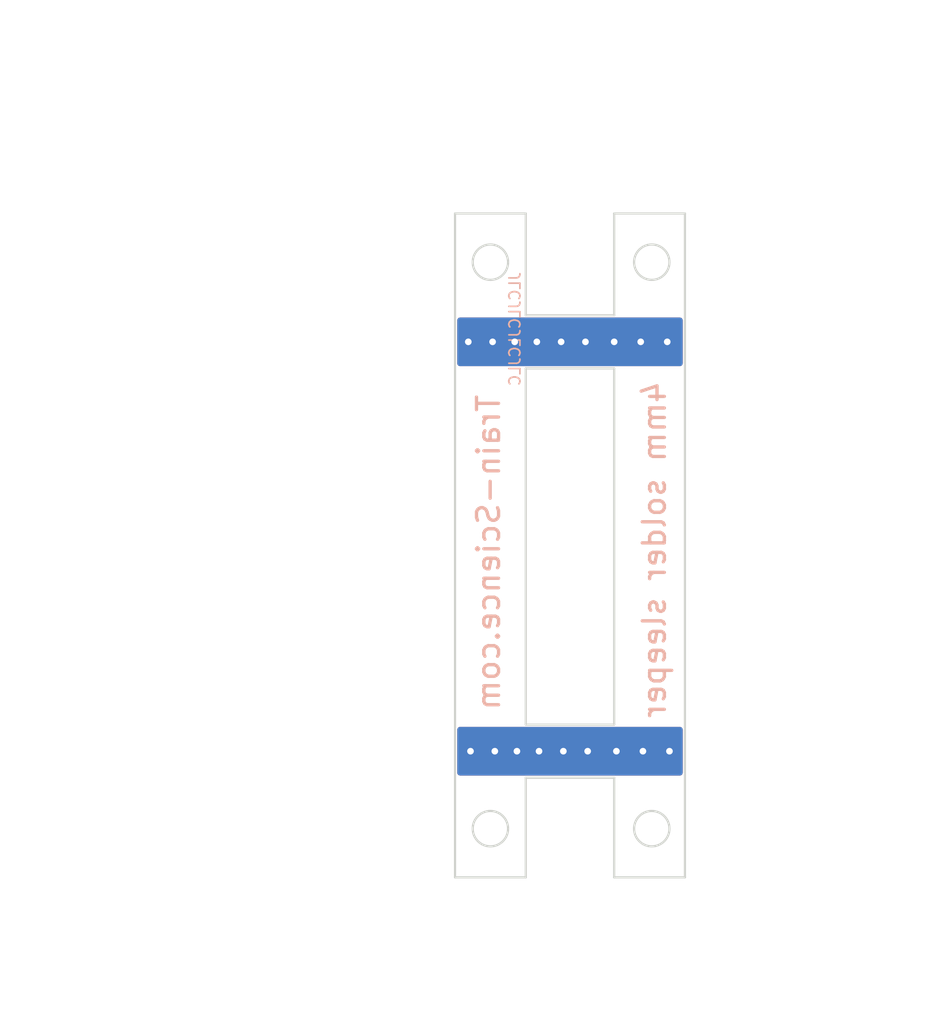
<source format=kicad_pcb>
(kicad_pcb (version 20221018) (generator pcbnew)

  (general
    (thickness 1.6)
  )

  (paper "A4")
  (layers
    (0 "F.Cu" signal)
    (31 "B.Cu" signal)
    (32 "B.Adhes" user "B.Adhesive")
    (33 "F.Adhes" user "F.Adhesive")
    (34 "B.Paste" user)
    (35 "F.Paste" user)
    (36 "B.SilkS" user "B.Silkscreen")
    (37 "F.SilkS" user "F.Silkscreen")
    (38 "B.Mask" user)
    (39 "F.Mask" user)
    (40 "Dwgs.User" user "User.Drawings")
    (41 "Cmts.User" user "User.Comments")
    (42 "Eco1.User" user "User.Eco1")
    (43 "Eco2.User" user "User.Eco2")
    (44 "Edge.Cuts" user)
    (45 "Margin" user)
    (46 "B.CrtYd" user "B.Courtyard")
    (47 "F.CrtYd" user "F.Courtyard")
    (48 "B.Fab" user)
    (49 "F.Fab" user)
    (50 "User.1" user)
    (51 "User.2" user)
    (52 "User.3" user)
    (53 "User.4" user)
    (54 "User.5" user)
    (55 "User.6" user)
    (56 "User.7" user)
    (57 "User.8" user)
    (58 "User.9" user)
  )

  (setup
    (pad_to_mask_clearance 0)
    (pcbplotparams
      (layerselection 0x00010fc_ffffffff)
      (plot_on_all_layers_selection 0x0000000_00000000)
      (disableapertmacros false)
      (usegerberextensions false)
      (usegerberattributes true)
      (usegerberadvancedattributes true)
      (creategerberjobfile true)
      (dashed_line_dash_ratio 12.000000)
      (dashed_line_gap_ratio 3.000000)
      (svgprecision 4)
      (plotframeref false)
      (viasonmask false)
      (mode 1)
      (useauxorigin false)
      (hpglpennumber 1)
      (hpglpenspeed 20)
      (hpglpendiameter 15.000000)
      (dxfpolygonmode true)
      (dxfimperialunits true)
      (dxfusepcbnewfont true)
      (psnegative false)
      (psa4output false)
      (plotreference true)
      (plotvalue true)
      (plotinvisibletext false)
      (sketchpadsonfab false)
      (subtractmaskfromsilk false)
      (outputformat 1)
      (mirror false)
      (drillshape 1)
      (scaleselection 1)
      (outputdirectory "")
    )
  )

  (net 0 "")
  (net 1 "GND")

  (gr_line (start 111.6 106.6) (end 111.6 107.6)
    (stroke (width 0.15) (type default)) (layer "Dwgs.User") (tstamp 07587a2e-e2d2-4a35-bdc6-5cee117ae427))
  (gr_line (start 111.6 106.6) (end 111.6 105.6)
    (stroke (width 0.15) (type default)) (layer "Dwgs.User") (tstamp 5637b983-51ce-4ca7-a7eb-1f335015a028))
  (gr_line (start 111.6 88.1) (end 111.6 87.1)
    (stroke (width 0.15) (type default)) (layer "Dwgs.User") (tstamp b4724b7e-8a79-4e3e-964a-412842a1ff7f))
  (gr_line (start 111.6 88.1) (end 111.6 89.1)
    (stroke (width 0.15) (type default)) (layer "Dwgs.User") (tstamp e2544062-1fa1-4506-94d8-a00d4ed3b924))
  (gr_line (start 111.6 105.4) (end 111.6 89.3)
    (stroke (width 0.1) (type default)) (layer "Edge.Cuts") (tstamp 0d1cc190-fc3a-4f1c-83a4-061c39946b4b))
  (gr_line (start 111.6 112.3) (end 108.4 112.3)
    (stroke (width 0.1) (type default)) (layer "Edge.Cuts") (tstamp 27addd7d-e973-4a05-beff-0f74945ad954))
  (gr_line (start 115.6 82.3) (end 118.8 82.3)
    (stroke (width 0.1) (type default)) (layer "Edge.Cuts") (tstamp 29c11a56-9e25-43cf-8cdb-a89c11a09860))
  (gr_line (start 108.4 82.3) (end 111.6 82.3)
    (stroke (width 0.1) (type default)) (layer "Edge.Cuts") (tstamp 313fbfe3-7b16-4bdf-8e12-74f808c14137))
  (gr_line (start 115.6 89.3) (end 115.6 105.4)
    (stroke (width 0.1) (type default)) (layer "Edge.Cuts") (tstamp 4405fa27-a26e-4db6-9637-38738bf4a1f8))
  (gr_line (start 111.6 107.8) (end 115.6 107.8)
    (stroke (width 0.1) (type default)) (layer "Edge.Cuts") (tstamp 48066470-e75c-4050-9fc1-a2ad64cfda3c))
  (gr_circle (center 117.3 84.5) (end 118.1 84.5)
    (stroke (width 0.1) (type default)) (fill none) (layer "Edge.Cuts") (tstamp 626d1900-8518-48e6-9bf5-f54785cb050b))
  (gr_line (start 115.6 86.9) (end 115.6 82.3)
    (stroke (width 0.1) (type default)) (layer "Edge.Cuts") (tstamp 66dc9f63-1911-4043-8e0a-4844fef9920d))
  (gr_line (start 111.6 89.3) (end 115.6 89.3)
    (stroke (width 0.1) (type default)) (layer "Edge.Cuts") (tstamp 68c10f3d-e801-465e-852b-47aa6283ac02))
  (gr_line (start 111.6 86.9) (end 111.6 82.3)
    (stroke (width 0.1) (type default)) (layer "Edge.Cuts") (tstamp 731ce693-0df5-4461-a489-fba1c592d634))
  (gr_line (start 111.6 86.9) (end 115.6 86.9)
    (stroke (width 0.1) (type default)) (layer "Edge.Cuts") (tstamp 810ee817-da22-4a0d-b22b-5abb52b773b3))
  (gr_line (start 111.6 105.4) (end 115.6 105.4)
    (stroke (width 0.1) (type default)) (layer "Edge.Cuts") (tstamp 832dd93d-f8f7-4824-9ea7-5c2c5c725882))
  (gr_line (start 111.6 107.8) (end 111.6 112.3)
    (stroke (width 0.1) (type default)) (layer "Edge.Cuts") (tstamp 893033c7-3088-4768-906e-9614f7a949c0))
  (gr_circle (center 117.3 110.1) (end 118.1 110.1)
    (stroke (width 0.1) (type default)) (fill none) (layer "Edge.Cuts") (tstamp 8c3db693-65bf-478d-9811-920a1345b02b))
  (gr_circle (center 110 84.5) (end 110.8 84.5)
    (stroke (width 0.1) (type default)) (fill none) (layer "Edge.Cuts") (tstamp a0f952a2-b8e1-4aec-9bf2-17476ebf05a6))
  (gr_line (start 118.8 112.3) (end 115.6 112.3)
    (stroke (width 0.1) (type default)) (layer "Edge.Cuts") (tstamp c0799a7a-8a8d-4aee-ad32-4fefd3e8784a))
  (gr_line (start 118.8 82.3) (end 118.8 112.3)
    (stroke (width 0.1) (type default)) (layer "Edge.Cuts") (tstamp c6e65dca-d797-4be9-b65c-d628f76dc569))
  (gr_line (start 108.4 112.3) (end 108.4 82.3)
    (stroke (width 0.1) (type default)) (layer "Edge.Cuts") (tstamp dc663834-904a-4b12-9bd0-51381c00d35f))
  (gr_line (start 115.6 112.3) (end 115.6 107.8)
    (stroke (width 0.1) (type default)) (layer "Edge.Cuts") (tstamp e1709324-0bda-4714-9477-9faab4b88899))
  (gr_circle (center 110 110.1) (end 110.8 110.1)
    (stroke (width 0.1) (type default)) (fill none) (layer "Edge.Cuts") (tstamp f42fa44b-f3e5-4194-beb6-30185aca82e6))
  (gr_text "4mm solder sleeper" (at 118 89.8 90) (layer "B.SilkS") (tstamp 2c7b17fd-ae9b-4cc0-b26b-1ee23b748973)
    (effects (font (size 1 1) (thickness 0.15)) (justify left bottom mirror))
  )
  (gr_text "Train-Science.com" (at 110.5 90.4 90) (layer "B.SilkS") (tstamp 529848b1-8df6-4f2c-b28b-a1403cdbbc75)
    (effects (font (size 1 1) (thickness 0.15)) (justify left bottom mirror))
  )
  (gr_text "JLCJLCJLCJLC" (at 111.4 84.9 90) (layer "B.SilkS") (tstamp c439ac8a-755c-443e-a2e6-e2753b4438cb)
    (effects (font (size 0.5 0.5) (thickness 0.075)) (justify left bottom mirror))
  )
  (dimension (type aligned) (layer "Dwgs.User") (tstamp 6df17a69-91c0-4d6f-a0b0-a5f3c21c55f0)
    (pts (xy 116.5 110.1) (xy 118.1 110.1))
    (height 6.4)
    (gr_text "1.6000 mm" (at 117.4 118.1) (layer "Dwgs.User") (tstamp 6df17a69-91c0-4d6f-a0b0-a5f3c21c55f0)
      (effects (font (size 1 1) (thickness 0.15)))
    )
    (format (prefix "") (suffix "") (units 3) (units_format 1) (precision 4))
    (style (thickness 0.15) (arrow_length 1.27) (text_position_mode 2) (extension_height 0.58642) (extension_offset 0.5) keep_text_aligned)
  )
  (dimension (type orthogonal) (layer "Dwgs.User") (tstamp 46b50b83-6f4e-4957-9757-6ca9c089e29c)
    (pts (xy 115.6 107.8) (xy 115.6 105.4))
    (height 7.2)
    (orientation 1)
    (gr_text "2.4000 mm" (at 124.2 106.2 90) (layer "Dwgs.User") (tstamp 46b50b83-6f4e-4957-9757-6ca9c089e29c)
      (effects (font (size 1 1) (thickness 0.15)))
    )
    (format (prefix "") (suffix "") (units 3) (units_format 1) (precision 4))
    (style (thickness 0.15) (arrow_length 1.27) (text_position_mode 2) (extension_height 0.58642) (extension_offset 0.5) keep_text_aligned)
  )
  (dimension (type orthogonal) (layer "Dwgs.User") (tstamp 51276db1-0ddc-4876-8e6a-533971a31354)
    (pts (xy 108.4 106.6) (xy 108.4 88))
    (height -14.5)
    (orientation 1)
    (gr_text "18.6000 mm" (at 92.75 97.3 90) (layer "Dwgs.User") (tstamp 51276db1-0ddc-4876-8e6a-533971a31354)
      (effects (font (size 1 1) (thickness 0.15)))
    )
    (format (prefix "") (suffix "") (units 3) (units_format 1) (precision 4))
    (style (thickness 0.15) (arrow_length 1.27) (text_position_mode 0) (extension_height 0.58642) (extension_offset 0.5) keep_text_aligned)
  )
  (dimension (type orthogonal) (layer "Dwgs.User") (tstamp 6780ff2c-0dd5-45e2-9afb-7907271109a1)
    (pts (xy 111.6 82.3) (xy 115.6 82.3))
    (height -5.4)
    (orientation 0)
    (gr_text "4.0000 mm" (at 113.5 73.5) (layer "Dwgs.User") (tstamp 6780ff2c-0dd5-45e2-9afb-7907271109a1)
      (effects (font (size 1 1) (thickness 0.15)))
    )
    (format (prefix "") (suffix "") (units 3) (units_format 1) (precision 4))
    (style (thickness 0.15) (arrow_length 1.27) (text_position_mode 2) (extension_height 0.58642) (extension_offset 0.5) keep_text_aligned)
  )
  (dimension (type orthogonal) (layer "Dwgs.User") (tstamp 74f9601c-747d-461e-b5c1-f9acf46cd5bd)
    (pts (xy 108.4 82.3) (xy 111.6 82.3))
    (height -5.2)
    (orientation 0)
    (gr_text "3.2000 mm" (at 105.8 75.2) (layer "Dwgs.User") (tstamp 74f9601c-747d-461e-b5c1-f9acf46cd5bd)
      (effects (font (size 1 1) (thickness 0.15)))
    )
    (format (prefix "") (suffix "") (units 3) (units_format 1) (precision 4))
    (style (thickness 0.15) (arrow_length 1.27) (text_position_mode 2) (extension_height 0.58642) (extension_offset 0.5) keep_text_aligned)
  )
  (dimension (type orthogonal) (layer "Dwgs.User") (tstamp 81bcee33-4609-4f8c-838e-3b0c8ffa12cb)
    (pts (xy 116.4 89.3) (xy 116.4 86.9))
    (height 7.3)
    (orientation 1)
    (gr_text "2.4000 mm" (at 125.3 88.1 90) (layer "Dwgs.User") (tstamp 81bcee33-4609-4f8c-838e-3b0c8ffa12cb)
      (effects (font (size 1 1) (thickness 0.15)))
    )
    (format (prefix "") (suffix "") (units 3) (units_format 1) (precision 4))
    (style (thickness 0.15) (arrow_length 1.27) (text_position_mode 2) (extension_height 0.58642) (extension_offset 0.5) keep_text_aligned)
  )
  (dimension (type orthogonal) (layer "Dwgs.User") (tstamp 8c1236a5-d14b-4922-8afc-562d305caeac)
    (pts (xy 108.4 82.3) (xy 108.4 88))
    (height -14.5)
    (orientation 1)
    (gr_text "5.7000 mm" (at 92.3 84.5 90) (layer "Dwgs.User") (tstamp 8c1236a5-d14b-4922-8afc-562d305caeac)
      (effects (font (size 1 1) (thickness 0.15)))
    )
    (format (prefix "") (suffix "") (units 3) (units_format 1) (precision 4))
    (style (thickness 0.15) (arrow_length 1.27) (text_position_mode 2) (extension_height 0.58642) (extension_offset 0.5) keep_text_aligned)
  )
  (dimension (type orthogonal) (layer "Dwgs.User") (tstamp bcf29efd-68a9-4de8-a227-17fa40c64e92)
    (pts (xy 108.6 112.3) (xy 109.1 106.6))
    (height -14.6)
    (orientation 1)
    (gr_text "5.7000 mm" (at 92.85 109.45 90) (layer "Dwgs.User") (tstamp bcf29efd-68a9-4de8-a227-17fa40c64e92)
      (effects (font (size 1 1) (thickness 0.15)))
    )
    (format (prefix "") (suffix "") (units 3) (units_format 1) (precision 4))
    (style (thickness 0.15) (arrow_length 1.27) (text_position_mode 0) (extension_height 0.58642) (extension_offset 0.5) keep_text_aligned)
  )
  (dimension (type orthogonal) (layer "Dwgs.User") (tstamp d14a613a-964c-4316-827a-878b8b54cc1f)
    (pts (xy 115.6 82.3) (xy 118.8 82.3))
    (height -5.4)
    (orientation 0)
    (gr_text "3.2000 mm" (at 120.3 75.5) (layer "Dwgs.User") (tstamp d14a613a-964c-4316-827a-878b8b54cc1f)
      (effects (font (size 1 1) (thickness 0.15)))
    )
    (format (prefix "") (suffix "") (units 3) (units_format 1) (precision 4))
    (style (thickness 0.15) (arrow_length 1.27) (text_position_mode 2) (extension_height 0.58642) (extension_offset 0.5) keep_text_aligned)
  )

  (via (at 110.2 106.6) (size 0.5) (drill 0.3) (layers "F.Cu" "B.Cu") (free) (net 1) (tstamp 07a65875-beee-4f82-af2b-2af44e106ae6))
  (via (at 112.1 88.1) (size 0.5) (drill 0.3) (layers "F.Cu" "B.Cu") (free) (net 1) (tstamp 1302dc51-988d-4404-9b26-1e1a108816df))
  (via (at 114.3 88.1) (size 0.5) (drill 0.3) (layers "F.Cu" "B.Cu") (free) (net 1) (tstamp 13c86a2d-84c4-45dc-ac00-a3576e6f213d))
  (via (at 116.9 106.6) (size 0.5) (drill 0.3) (layers "F.Cu" "B.Cu") (free) (net 1) (tstamp 1c4f3d0e-a66a-4690-bfeb-58a3d36eabd8))
  (via (at 115.7 106.6) (size 0.5) (drill 0.3) (layers "F.Cu" "B.Cu") (free) (net 1) (tstamp 33367ac9-9e3b-4fac-830d-55c3b39a6ad8))
  (via (at 109 88.1) (size 0.5) (drill 0.3) (layers "F.Cu" "B.Cu") (free) (net 1) (tstamp 50ff2002-89e8-4f44-8ca8-b69dc4840706))
  (via (at 111.2 106.6) (size 0.5) (drill 0.3) (layers "F.Cu" "B.Cu") (free) (net 1) (tstamp 67aa9930-9a56-4fd8-8d52-54cec980aed3))
  (via (at 114.4 106.6) (size 0.5) (drill 0.3) (layers "F.Cu" "B.Cu") (free) (net 1) (tstamp 689f893e-e25d-4d23-94ea-790bc75e62ed))
  (via (at 116.8 88.1) (size 0.5) (drill 0.3) (layers "F.Cu" "B.Cu") (free) (net 1) (tstamp 69c5a38a-5108-440b-ad74-e54e2c7bc7e2))
  (via (at 111.1 88.1) (size 0.5) (drill 0.3) (layers "F.Cu" "B.Cu") (free) (net 1) (tstamp 7e6ccf14-348d-49a2-8929-3481379b5764))
  (via (at 115.6 88.1) (size 0.5) (drill 0.3) (layers "F.Cu" "B.Cu") (free) (net 1) (tstamp 878bbcdb-2982-4290-8f9d-144f5674c46b))
  (via (at 113.3 106.6) (size 0.5) (drill 0.3) (layers "F.Cu" "B.Cu") (free) (net 1) (tstamp 97f64036-6b22-46ef-9a96-a0dc0a0721df))
  (via (at 113.2 88.1) (size 0.5) (drill 0.3) (layers "F.Cu" "B.Cu") (free) (net 1) (tstamp b41e195a-a41d-4d21-aa86-ef09a92c892f))
  (via (at 118.1 106.6) (size 0.5) (drill 0.3) (layers "F.Cu" "B.Cu") (free) (net 1) (tstamp bf52903a-f9c1-4a35-a27b-26c4fc313a1f))
  (via (at 112.2 106.6) (size 0.5) (drill 0.3) (layers "F.Cu" "B.Cu") (free) (net 1) (tstamp ce4f7be5-3264-45f3-bf1b-deb2aa790e96))
  (via (at 109.1 106.6) (size 0.5) (drill 0.3) (layers "F.Cu" "B.Cu") (free) (net 1) (tstamp cec5e9d9-d132-4b0c-88e6-d94112e42940))
  (via (at 118 88.1) (size 0.5) (drill 0.3) (layers "F.Cu" "B.Cu") (free) (net 1) (tstamp de3614ea-b950-4765-bd1f-d7a1551a325f))
  (via (at 110.1 88.1) (size 0.5) (drill 0.3) (layers "F.Cu" "B.Cu") (free) (net 1) (tstamp fc04e3c7-7784-4f3b-9318-72137e37d896))

  (zone (net 1) (net_name "GND") (layers "F&B.Cu") (tstamp 0dd7b0b4-dbf2-4d0a-80b9-f4881d26f059) (hatch edge 0.5)
    (connect_pads (clearance 0.5))
    (min_thickness 0.25) (filled_areas_thickness no)
    (fill yes (thermal_gap 0.5) (thermal_bridge_width 0.5) (island_removal_mode 1) (island_area_min 10))
    (polygon
      (pts
        (xy 108.5 87)
        (xy 108.5 89.2)
        (xy 118.7 89.2)
        (xy 118.7 87)
      )
    )
    (filled_polygon
      (layer "F.Cu")
      (pts
        (xy 118.643039 87.019685)
        (xy 118.688794 87.072489)
        (xy 118.7 87.124)
        (xy 118.7 89.076)
        (xy 118.680315 89.143039)
        (xy 118.627511 89.188794)
        (xy 118.576 89.2)
        (xy 108.624 89.2)
        (xy 108.556961 89.180315)
        (xy 108.511206 89.127511)
        (xy 108.5 89.076)
        (xy 108.5 87.124)
        (xy 108.519685 87.056961)
        (xy 108.572489 87.011206)
        (xy 108.624 87)
        (xy 118.576 87)
      )
    )
    (filled_polygon
      (layer "B.Cu")
      (pts
        (xy 118.643039 87.019685)
        (xy 118.688794 87.072489)
        (xy 118.7 87.124)
        (xy 118.7 89.076)
        (xy 118.680315 89.143039)
        (xy 118.627511 89.188794)
        (xy 118.576 89.2)
        (xy 108.624 89.2)
        (xy 108.556961 89.180315)
        (xy 108.511206 89.127511)
        (xy 108.5 89.076)
        (xy 108.5 87.124)
        (xy 108.519685 87.056961)
        (xy 108.572489 87.011206)
        (xy 108.624 87)
        (xy 118.576 87)
      )
    )
  )
  (zone (net 1) (net_name "GND") (layers "F&B.Cu") (tstamp 7fed4f65-050d-47cd-a160-1c419f78f204) (hatch edge 0.5)
    (connect_pads (clearance 0.5))
    (min_thickness 0.25) (filled_areas_thickness no)
    (fill yes (thermal_gap 0.5) (thermal_bridge_width 0.5) (island_removal_mode 1) (island_area_min 10))
    (polygon
      (pts
        (xy 108.5 105.5)
        (xy 108.5 107.7)
        (xy 118.7 107.7)
        (xy 118.7 105.5)
      )
    )
    (filled_polygon
      (layer "F.Cu")
      (pts
        (xy 118.643039 105.519685)
        (xy 118.688794 105.572489)
        (xy 118.7 105.624)
        (xy 118.7 107.576)
        (xy 118.680315 107.643039)
        (xy 118.627511 107.688794)
        (xy 118.576 107.7)
        (xy 108.624 107.7)
        (xy 108.556961 107.680315)
        (xy 108.511206 107.627511)
        (xy 108.5 107.576)
        (xy 108.5 105.624)
        (xy 108.519685 105.556961)
        (xy 108.572489 105.511206)
        (xy 108.624 105.5)
        (xy 118.576 105.5)
      )
    )
    (filled_polygon
      (layer "B.Cu")
      (pts
        (xy 118.643039 105.519685)
        (xy 118.688794 105.572489)
        (xy 118.7 105.624)
        (xy 118.7 107.576)
        (xy 118.680315 107.643039)
        (xy 118.627511 107.688794)
        (xy 118.576 107.7)
        (xy 108.624 107.7)
        (xy 108.556961 107.680315)
        (xy 108.511206 107.627511)
        (xy 108.5 107.576)
        (xy 108.5 105.624)
        (xy 108.519685 105.556961)
        (xy 108.572489 105.511206)
        (xy 108.624 105.5)
        (xy 118.576 105.5)
      )
    )
  )
  (zone (net 0) (net_name "") (layer "F.Mask") (tstamp 9b510103-56f1-44dd-a45f-9c5573ba525a) (hatch full 0.5)
    (connect_pads (clearance 0.5))
    (min_thickness 0.25) (filled_areas_thickness no)
    (fill yes (thermal_gap 0.5) (thermal_bridge_width 0.5) (island_removal_mode 1) (island_area_min 10))
    (polygon
      (pts
        (xy 108.6 87.1)
        (xy 118.6 87.1)
        (xy 118.6 89.1)
        (xy 108.6 89.1)
      )
    )
    (filled_polygon
      (layer "F.Mask")
      (island)
      (pts
        (xy 118.543039 87.119685)
        (xy 118.588794 87.172489)
        (xy 118.6 87.224)
        (xy 118.6 88.976)
        (xy 118.580315 89.043039)
        (xy 118.527511 89.088794)
        (xy 118.476 89.1)
        (xy 108.724 89.1)
        (xy 108.656961 89.080315)
        (xy 108.611206 89.027511)
        (xy 108.6 88.976)
        (xy 108.6 87.224)
        (xy 108.619685 87.156961)
        (xy 108.672489 87.111206)
        (xy 108.724 87.1)
        (xy 118.476 87.1)
      )
    )
  )
  (zone (net 0) (net_name "") (layer "F.Mask") (tstamp 9d5680a5-467b-49db-8ae9-3dbc9cf1ab86) (hatch full 0.5)
    (connect_pads (clearance 0.5))
    (min_thickness 0.25) (filled_areas_thickness no)
    (fill yes (thermal_gap 0.5) (thermal_bridge_width 0.5) (island_removal_mode 1) (island_area_min 10))
    (polygon
      (pts
        (xy 108.6 105.6)
        (xy 118.6 105.6)
        (xy 118.6 107.6)
        (xy 108.6 107.6)
      )
    )
    (filled_polygon
      (layer "F.Mask")
      (island)
      (pts
        (xy 118.543039 105.619685)
        (xy 118.588794 105.672489)
        (xy 118.6 105.724)
        (xy 118.6 107.476)
        (xy 118.580315 107.543039)
        (xy 118.527511 107.588794)
        (xy 118.476 107.6)
        (xy 108.724 107.6)
        (xy 108.656961 107.580315)
        (xy 108.611206 107.527511)
        (xy 108.6 107.476)
        (xy 108.6 105.724)
        (xy 108.619685 105.656961)
        (xy 108.672489 105.611206)
        (xy 108.724 105.6)
        (xy 118.476 105.6)
      )
    )
  )
)

</source>
